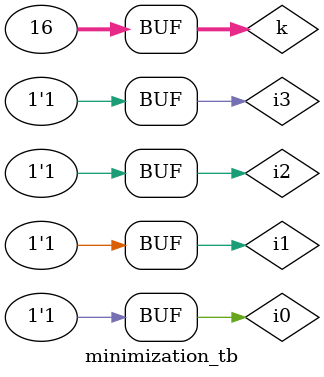
<source format=v>
module minimization(
  input i3,i2,i1,i0,
  output o2,o1,o0
  );
  
  assign o2=(~i1&i0)|(i1&~i0);
  assign o1=(~i1&~i0)|(i1&i0);
  assign o0=(i0);
  
endmodule

module minimization_tb;
	reg i3,i2,i1,i0;
	wire o2,o1,o0;

	minimization uut(
	 .i3(i3),
	 .i2(i2),
	 .i1(i1),
	 .i0(i0),
	 .o1(o1),
	 .o0(o0),
	 .o2(o2)
	 );

	integer k;
	initial begin
	  $display("Time\ti3 \ti2 \ti1\ti0\to2\to1\to0");
		$monitor("%0t\t%b\t%b\t%b\t%b\t%b\t%b\t%b", $time, i3, i2, i1, i0,o2,o1,o0);
		{i3, i2, i1, i0} = 0;
		for (k = 1; k < 16; k = k + 1)
			#10 {i3, i2, i1, i0} = k;
	end
endmodule
</source>
